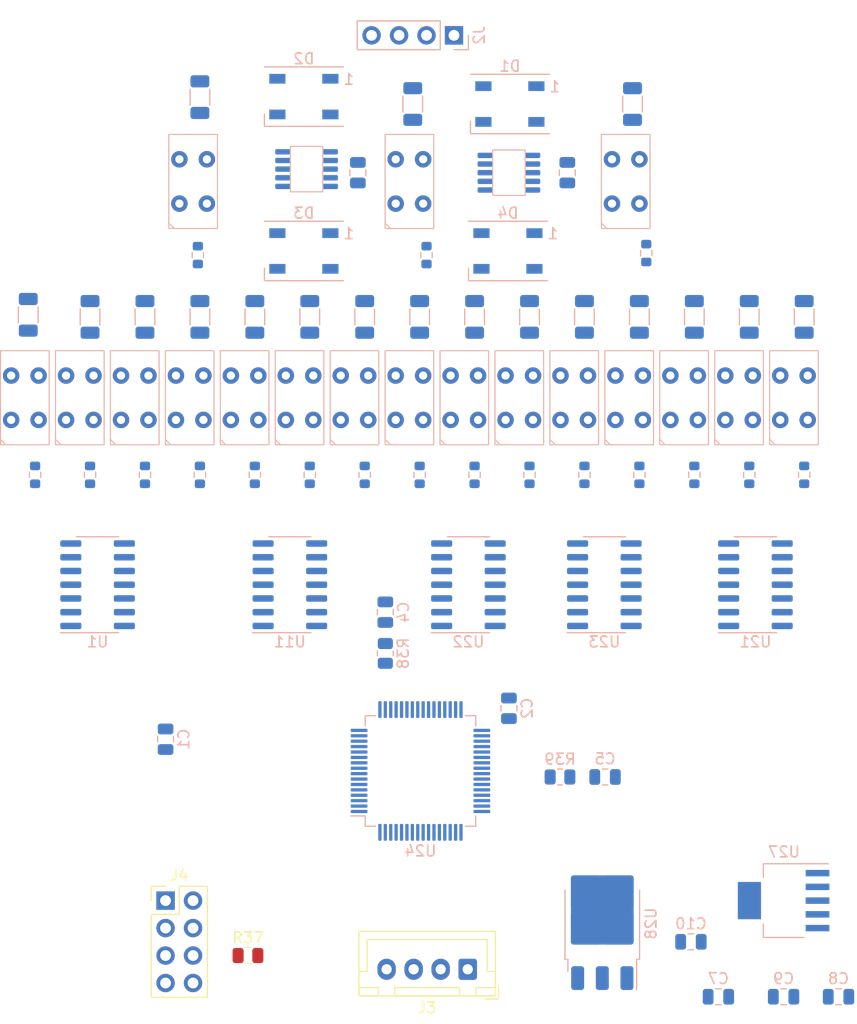
<source format=kicad_pcb>
(kicad_pcb (version 20221018) (generator pcbnew)
  (layers (0 "F.Cu" signal) (31 "B.Cu" signal) (34 "B.Paste" user) (35 "F.Paste" user) (36 "B.SilkS" user "B.Silkscreen") (37 "F.SilkS" user "F.Silkscreen") (38 "B.Mask" user) (39 "F.Mask" user) (44 "Edge.Cuts" user))
  (net 0 "")
  (net 1 "GND")
  (net 2 "+5V")
  (net 3 "Net-(D1-DOUT)")
  (net 4 "photo_L_1")
  (net 5 "photo_L_2")
  (net 6 "photo_L_3")
  (net 7 "photo_L_4")
  (net 8 "photo_L_5")
  (net 9 "photo_L_6")
  (net 10 "photo_L_7")
  (net 11 "Net-(D1-DIN)")
  (net 12 "Net-(D2-DOUT)")
  (net 13 "photo_LL")
  (net 14 "photo_R_1")
  (net 15 "photo_R_2")
  (net 16 "photo_R_3")
  (net 17 "photo_R_4")
  (net 18 "photo_R_5")
  (net 19 "photo_R_6")
  (net 20 "photo_R_7")
  (net 21 "Net-(D3-DOUT)")
  (net 23 "photo_RR")
  (net 24 "I2C2_SDA")
  (net 25 "I2C2_SCL")
  (net 26 "+3V3")
  (net 27 "photo_center")
  (net 28 "photo_front")
  (net 29 "I2C1_SDA")
  (net 30 "I2C1_SCL")
  (net 31 "VDD")
  (net 32 "UART2_RX")
  (net 33 "Net-(U2-Cathode)")
  (net 34 "Net-(U3-Cathode)")
  (net 35 "Net-(U4-Cathode)")
  (net 36 "Net-(U5-Cathode)")
  (net 37 "Net-(U6-Cathode)")
  (net 38 "Net-(U7-Cathode)")
  (net 39 "Net-(U8-Cathode)")
  (net 40 "Net-(U9-Cathode)")
  (net 41 "Net-(U10-Cathode)")
  (net 42 "UART2_TX")
  (net 43 "Net-(U12-Cathode)")
  (net 44 "Net-(U13-Cathode)")
  (net 45 "Net-(U14-Cathode)")
  (net 46 "Net-(U15-Cathode)")
  (net 47 "Net-(U16-Cathode)")
  (net 48 "Net-(U17-Cathode)")
  (net 49 "Net-(U18-Cathode)")
  (net 50 "Net-(U19-Cathode)")
  (net 51 "Net-(U20-Cathode)")
  (net 53 "UART1_RX")
  (net 54 "NRST")
  (net 55 "UART1_TX")
  (net 56 "BOOT0")
  (net 58 "L_1_OUT")
  (net 59 "L_2_OUT")
  (net 60 "B_W_Com")
  (net 61 "L_4_OUT")
  (net 62 "L_3_OUT")
  (net 63 "L_5_OUT")
  (net 64 "L_6_OUT")
  (net 65 "center_OUT")
  (net 66 "L_7_OUT")
  (net 67 "R_2_OUT")
  (net 68 "R_1_OUT")
  (net 69 "R_4_OUT")
  (net 70 "R_3_OUT")
  (net 71 "LL_OUT")
  (net 72 "RR_OUT")
  (net 73 "Ag_Com")
  (net 80 "R_5_OUT")
  (net 81 "R_6_OUT")
  (net 82 "front_OUT")
  (net 83 "R_7_OUT")
  (net 97 "Net-(U24-PA6)")
  (net 104 "Net-(U24-VCAP_1)")
  (net 105 "Net-(U24-PA8)")
  (footprint "Connector_PinHeader_2.54mm:PinHeader_2x04_P2.54mm_Vertical" (layer "F.Cu") (at 55.88 143.51)
    (fp_text reference "J4" (at 1.27 -2.33) (layer "F.SilkS"))
    (fp_text value "WRITER CONN")
    (pad "1" thru_hole rect (at 0 0) (size 1.7 1.7) (drill 1) (layers "*.Cu" "*.Mask"))
    (pad "2" thru_hole oval (at 2.54 0) (size 1.7 1.7) (drill 1) (layers "*.Cu" "*.Mask") (net 53 "UART1_RX"))
    (pad "3" thru_hole oval (at 0 2.54) (size 1.7 1.7) (drill 1) (layers "*.Cu" "*.Mask") (net 54 "NRST"))
    (pad "4" thru_hole oval (at 2.54 2.54) (size 1.7 1.7) (drill 1) (layers "*.Cu" "*.Mask") (net 55 "UART1_TX"))
    (pad "5" thru_hole oval (at 0 5.08) (size 1.7 1.7) (drill 1) (layers "*.Cu" "*.Mask") (net 56 "BOOT0"))
    (pad "6" thru_hole oval (at 2.54 5.08) (size 1.7 1.7) (drill 1) (layers "*.Cu" "*.Mask") (net 1 "GND"))
    (pad "7" thru_hole oval (at 0 7.62) (size 1.7 1.7) (drill 1) (layers "*.Cu" "*.Mask"))
    (pad "8" thru_hole oval (at 2.54 7.62) (size 1.7 1.7) (drill 1) (layers "*.Cu" "*.Mask") (net 26 "+3V3"))
  )
  (footprint "Resistor_SMD:R_0805_2012Metric" (layer "F.Cu") (at 63.5 148.59)
    (fp_text reference "R37" (at 0 -1.65) (layer "F.SilkS"))
    (fp_text value "10k")
    (pad "1" smd roundrect (at -0.9125 0) (size 1.025 1.4) (layers "F.Cu" "F.Paste" "F.Mask") (roundrect_rratio 0.243902) (net 56 "BOOT0"))
    (pad "2" smd roundrect (at 0.9125 0) (size 1.025 1.4) (layers "F.Cu" "F.Paste" "F.Mask") (roundrect_rratio 0.243902) (net 1 "GND"))
  )
  (footprint "Connector_JST:JST_XH_B4B-XH-A_1x04_P2.50mm_Vertical" (layer "F.Cu") (at 83.82 149.86 180)
    (fp_text reference "J3" (at 3.75 -3.55) (layer "F.SilkS"))
    (fp_text value "ToMAIN")
    (pad "1" thru_hole roundrect (at 0 0 180) (size 1.7 1.95) (drill 0.95) (layers "*.Cu" "*.Mask") (roundrect_rratio 0.147059) (net 31 "VDD"))
    (pad "2" thru_hole oval (at 2.5 0 180) (size 1.7 1.95) (drill 0.95) (layers "*.Cu" "*.Mask") (net 1 "GND"))
    (pad "3" thru_hole oval (at 5 0 180) (size 1.7 1.95) (drill 0.95) (layers "*.Cu" "*.Mask") (net 32 "UART2_RX"))
    (pad "4" thru_hole oval (at 7.5 0 180) (size 1.7 1.95) (drill 0.95) (layers "*.Cu" "*.Mask") (net 42 "UART2_TX"))
  )
  (footprint "Akiduki:LBR127HLD" (layer "B.Cu") (at 98.4295 77.01 -90)
    (fp_text reference "U20" hide)
    (fp_text value "~" hide)
    (pad "1" thru_hole circle (at 2.05 1.27 270) (size 1.524 1.524) (drill 0.762) (layers "*.Cu" "*.Mask") (net 26 "+3V3"))
    (pad "2" thru_hole circle (at 2.05 -1.27 270) (size 1.524 1.524) (drill 0.762) (layers "*.Cu" "*.Mask") (net 51 "Net-(U20-Cathode)"))
    (pad "3" thru_hole circle (at -2.05 1.27 270) (size 1.524 1.524) (drill 0.762) (layers "*.Cu" "*.Mask") (net 1 "GND"))
    (pad "4" thru_hole circle (at -2.05 -1.27 270) (size 1.524 1.524) (drill 0.762) (layers "*.Cu" "*.Mask") (net 23 "photo_RR"))
  )
  (footprint "Akiduki:LBR127HLD" (layer "B.Cu") (at 63.1895 97.01 -90)
    (fp_text reference "U6" hide)
    (fp_text value "~" hide)
    (pad "1" thru_hole circle (at 2.05 1.27 270) (size 1.524 1.524) (drill 0.762) (layers "*.Cu" "*.Mask") (net 26 "+3V3"))
    (pad "2" thru_hole circle (at 2.05 -1.27 270) (size 1.524 1.524) (drill 0.762) (layers "*.Cu" "*.Mask") (net 37 "Net-(U6-Cathode)"))
    (pad "3" thru_hole circle (at -2.05 1.27 270) (size 1.524 1.524) (drill 0.762) (layers "*.Cu" "*.Mask") (net 1 "GND"))
    (pad "4" thru_hole circle (at -2.05 -1.27 270) (size 1.524 1.524) (drill 0.762) (layers "*.Cu" "*.Mask") (net 8 "photo_L_5"))
  )
  (footprint "Capacitor_SMD:C_0805_2012Metric" (layer "B.Cu") (at 107 152.4 180)
    (fp_text reference "C7" (at 0 1.68) (layer "B.SilkS") (effects (justify mirror)))
    (fp_text value "10u")
    (pad "1" smd roundrect (at -0.95 0 180) (size 1 1.45) (layers "B.Cu" "B.Paste" "B.Mask") (net 31 "VDD"))
    (pad "2" smd roundrect (at 0.95 0 180) (size 1 1.45) (layers "B.Cu" "B.Paste" "B.Mask") (net 1 "GND"))
  )
  (footprint "Package_TO_SOT_SMD:TO-252-3_TabPin2" (layer "B.Cu") (at 96.265 145.635 90)
    (fp_text reference "U28" (at 0 4.5 90) (layer "B.SilkS") (effects (justify mirror)))
    (fp_text value "~")
    (pad "1" smd roundrect (at -5.04 2.28 90) (size 2.2 1.2) (layers "B.Cu" "B.Paste" "B.Mask") (roundrect_rratio 0.208333) (net 31 "VDD"))
    (pad "2" smd roundrect (at -5.04 0 90) (size 2.2 1.2) (layers "B.Cu" "B.Paste" "B.Mask") (roundrect_rratio 0.208333) (net 1 "GND"))
    (pad "2" smd roundrect (at -0.415 -1.525 90) (size 3.05 2.75) (layers "B.Cu" "B.Paste") (roundrect_rratio 0.090909) (net 1 "GND"))
    (pad "2" smd roundrect (at -0.415 1.525 90) (size 3.05 2.75) (layers "B.Cu" "B.Paste") (roundrect_rratio 0.090909) (net 1 "GND"))
    (pad "2" smd roundrect (at 1.26 0 90) (size 6.4 5.8) (layers "B.Cu" "B.Mask") (roundrect_rratio 0.043103) (net 1 "GND"))
    (pad "2" smd roundrect (at 2.935 -1.525 90) (size 3.05 2.75) (layers "B.Cu" "B.Paste") (roundrect_rratio 0.090909) (net 1 "GND"))
    (pad "2" smd roundrect (at 2.935 1.525 90) (size 3.05 2.75) (layers "B.Cu" "B.Paste") (roundrect_rratio 0.090909) (net 1 "GND"))
    (pad "3" smd roundrect (at -5.04 -2.28 90) (size 2.2 1.2) (layers "B.Cu" "B.Paste" "B.Mask") (roundrect_rratio 0.208333) (net 2 "+5V"))
  )
  (footprint "Resistor_SMD:R_0603_1608Metric" (layer "B.Cu") (at 74.295 104.14 -90)
    (fp_text reference "R7" hide)
    (fp_text value "105" hide)
    (pad "1" smd roundrect (at -0.825 0 270) (size 0.8 0.95) (layers "B.Cu" "B.Paste" "B.Mask") (net 39 "Net-(U8-Cathode)"))
    (pad "2" smd roundrect (at 0.825 0 270) (size 0.8 0.95) (layers "B.Cu" "B.Paste" "B.Mask") (net 1 "GND"))
  )
  (footprint "Akiduki:LBR127HLD" (layer "B.Cu") (at 93.6695 97.01 -90)
    (fp_text reference "U16" hide)
    (fp_text value "~" hide)
    (pad "1" thru_hole circle (at 2.05 1.27 270) (size 1.524 1.524) (drill 0.762) (layers "*.Cu" "*.Mask") (net 26 "+3V3"))
    (pad "2" thru_hole circle (at 2.05 -1.27 270) (size 1.524 1.524) (drill 0.762) (layers "*.Cu" "*.Mask") (net 47 "Net-(U16-Cathode)"))
    (pad "3" thru_hole circle (at -2.05 1.27 270) (size 1.524 1.524) (drill 0.762) (layers "*.Cu" "*.Mask") (net 1 "GND"))
    (pad "4" thru_hole circle (at -2.05 -1.27 270) (size 1.524 1.524) (drill 0.762) (layers "*.Cu" "*.Mask") (net 18 "photo_R_5"))
  )
  (footprint "Resistor_SMD:R_0805_2012Metric" (layer "B.Cu") (at 76.2 120.65 90)
    (fp_text reference "R38" (at 0 1.65 90) (layer "B.SilkS") (effects (justify mirror)))
    (fp_text value "100k")
    (pad "1" smd roundrect (at -0.9125 0 90) (size 1.025 1.4) (layers "B.Cu" "B.Paste" "B.Mask") (roundrect_rratio 0.243902) (net 97 "Net-(U24-PA6)"))
    (pad "2" smd roundrect (at 0.9125 0 90) (size 1.025 1.4) (layers "B.Cu" "B.Paste" "B.Mask") (roundrect_rratio 0.243902) (net 73 "Ag_Com"))
  )
  (footprint "Akiduki:LBR127HLD" (layer "B.Cu") (at 47.9495 97.01 -90)
    (fp_text reference "U3" hide)
    (fp_text value "~" hide)
    (pad "1" thru_hole circle (at 2.05 1.27 270) (size 1.524 1.524) (drill 0.762) (layers "*.Cu" "*.Mask") (net 26 "+3V3"))
    (pad "2" thru_hole circle (at 2.05 -1.27 270) (size 1.524 1.524) (drill 0.762) (layers "*.Cu" "*.Mask") (net 34 "Net-(U3-Cathode)"))
    (pad "3" thru_hole circle (at -2.05 1.27 270) (size 1.524 1.524) (drill 0.762) (layers "*.Cu" "*.Mask") (net 1 "GND"))
    (pad "4" thru_hole circle (at -2.05 -1.27 270) (size 1.524 1.524) (drill 0.762) (layers "*.Cu" "*.Mask") (net 5 "photo_L_2"))
  )
  (footprint "Resistor_SMD:R_0603_1608Metric" (layer "B.Cu") (at 59.055 104.14 -90)
    (fp_text reference "R4" hide)
    (fp_text value "105" hide)
    (pad "1" smd roundrect (at -0.825 0 270) (size 0.8 0.95) (layers "B.Cu" "B.Paste" "B.Mask") (net 36 "Net-(U5-Cathode)"))
    (pad "2" smd roundrect (at 0.825 0 270) (size 0.8 0.95) (layers "B.Cu" "B.Paste" "B.Mask") (net 1 "GND"))
  )
  (footprint "Akiduki:LBR127HLD" (layer "B.Cu") (at 113.9895 97.01 -90)
    (fp_text reference "U12" hide)
    (fp_text value "~" hide)
    (pad "1" thru_hole circle (at 2.05 1.27 270) (size 1.524 1.524) (drill 0.762) (layers "*.Cu" "*.Mask") (net 26 "+3V3"))
    (pad "2" thru_hole circle (at 2.05 -1.27 270) (size 1.524 1.524) (drill 0.762) (layers "*.Cu" "*.Mask") (net 43 "Net-(U12-Cathode)"))
    (pad "3" thru_hole circle (at -2.05 1.27 270) (size 1.524 1.524) (drill 0.762) (layers "*.Cu" "*.Mask") (net 1 "GND"))
    (pad "4" thru_hole circle (at -2.05 -1.27 270) (size 1.524 1.524) (drill 0.762) (layers "*.Cu" "*.Mask") (net 14 "photo_R_1"))
  )
  (footprint "Akiduki:S11059" (layer "B.Cu") (at 87.63 76.2 180)
    (fp_text reference "U25" hide)
    (fp_text value "~" hide)
    (pad "1" smd roundrect (at -2.2 1.6 180) (size 1.4 0.5) (layers "B.Cu" "B.Paste" "B.Mask") (net 26 "+3V3"))
    (pad "2" smd roundrect (at -2.2 0.8 180) (size 1.4 0.5) (layers "B.Cu" "B.Paste" "B.Mask"))
    (pad "3" smd roundrect (at -2.2 0 180) (size 1.4 0.5) (layers "B.Cu" "B.Paste" "B.Mask"))
    (pad "4" smd roundrect (at -2.2 -0.8 180) (size 1.4 0.5) (layers "B.Cu" "B.Paste" "B.Mask"))
    (pad "5" smd roundrect (at -2.2 -1.6 180) (size 1.4 0.5) (layers "B.Cu" "B.Paste" "B.Mask") (net 1 "GND"))
    (pad "6" smd roundrect (at 2.2 -1.6 180) (size 1.4 0.5) (layers "B.Cu" "B.Paste" "B.Mask") (net 25 "I2C2_SCL"))
    (pad "7" smd roundrect (at 2.2 -0.8 180) (size 1.4 0.5) (layers "B.Cu" "B.Paste" "B.Mask"))
    (pad "8" smd roundrect (at 2.2 0 180) (size 1.4 0.5) (layers "B.Cu" "B.Paste" "B.Mask"))
    (pad "9" smd roundrect (at 2.2 0.8 180) (size 1.4 0.5) (layers "B.Cu" "B.Paste" "B.Mask"))
    (pad "10" smd roundrect (at 2.2 1.6 180) (size 1.4 0.5) (layers "B.Cu" "B.Paste" "B.Mask") (net 24 "I2C2_SDA"))
  )
  (footprint "Akiduki:LBR127HLD" (layer "B.Cu") (at 73.3495 97.01 -90)
    (fp_text reference "U8" hide)
    (fp_text value "~" hide)
    (pad "1" thru_hole circle (at 2.05 1.27 270) (size 1.524 1.524) (drill 0.762) (layers "*.Cu" "*.Mask") (net 26 "+3V3"))
    (pad "2" thru_hole circle (at 2.05 -1.27 270) (size 1.524 1.524) (drill 0.762) (layers "*.Cu" "*.Mask") (net 39 "Net-(U8-Cathode)"))
    (pad "3" thru_hole circle (at -2.05 1.27 270) (size 1.524 1.524) (drill 0.762) (layers "*.Cu" "*.Mask") (net 1 "GND"))
    (pad "4" thru_hole circle (at -2.05 -1.27 270) (size 1.524 1.524) (drill 0.762) (layers "*.Cu" "*.Mask") (net 10 "photo_L_7"))
  )
  (footprint "LED_SMD:LED_WS2812B_PLCC4_5.0x5.0mm_P3.2mm" (layer "B.Cu") (at 87.54 83.44 180)
    (fp_text reference "D4" (at 0 3.5) (layer "B.SilkS") (effects (justify mirror)))
    (fp_text value "WS2812B" hide)
    (fp_text user "1" (at -4.15 1.6) (layer "B.SilkS") (effects (justify mirror)))
    (pad "1" smd rect (at -2.45 1.65 180) (size 1.5 0.9) (layers "B.Cu" "B.Paste" "B.Mask") (net 2 "+5V"))
    (pad "2" smd rect (at -2.45 -1.65 180) (size 1.5 0.9) (layers "B.Cu" "B.Paste" "B.Mask"))
    (pad "3" smd rect (at 2.45 -1.65 180) (size 1.5 0.9) (layers "B.Cu" "B.Paste" "B.Mask") (net 1 "GND"))
    (pad "4" smd rect (at 2.45 1.65 180) (size 1.5 0.9) (layers "B.Cu" "B.Paste" "B.Mask") (net 21 "Net-(D3-DOUT)"))
  )
  (footprint "Akiduki:S11059" (layer "B.Cu") (at 68.92 75.87 180)
    (fp_text reference "U26" hide)
    (fp_text value "~" hide)
    (pad "1" smd roundrect (at -2.2 1.6 180) (size 1.4 0.5) (layers "B.Cu" "B.Paste" "B.Mask") (net 26 "+3V3"))
    (pad "2" smd roundrect (at -2.2 0.8 180) (size 1.4 0.5) (layers "B.Cu" "B.Paste" "B.Mask"))
    (pad "3" smd roundrect (at -2.2 0 180) (size 1.4 0.5) (layers "B.Cu" "B.Paste" "B.Mask"))
    (pad "4" smd roundrect (at -2.2 -0.8 180) (size 1.4 0.5) (layers "B.Cu" "B.Paste" "B.Mask"))
    (pad "5" smd roundrect (at -2.2 -1.6 180) (size 1.4 0.5) (layers "B.Cu" "B.Paste" "B.Mask") (net 1 "GND"))
    (pad "6" smd roundrect (at 2.2 -1.6 180) (size 1.4 0.5) (layers "B.Cu" "B.Paste" "B.Mask") (net 30 "I2C1_SCL"))
    (pad "7" smd roundrect (at 2.2 -0.8 180) (size 1.4 0.5) (layers "B.Cu" "B.Paste" "B.Mask"))
    (pad "8" smd roundrect (at 2.2 0 180) (size 1.4 0.5) (layers "B.Cu" "B.Paste" "B.Mask"))
    (pad "9" smd roundrect (at 2.2 0.8 180) (size 1.4 0.5) (layers "B.Cu" "B.Paste" "B.Mask"))
    (pad "10" smd roundrect (at 2.2 1.6 180) (size 1.4 0.5) (layers "B.Cu" "B.Paste" "B.Mask") (net 29 "I2C1_SDA"))
  )
  (footprint "Resistor_SMD:R_1206_3216Metric" (layer "B.Cu") (at 89.535 89.535 -90)
    (fp_text reference "R33" hide)
    (fp_text value "1k" hide)
    (pad "1" smd roundrect (at -1.4625 0 270) (size 1.125 1.75) (layers "B.Cu" "B.Paste" "B.Mask") (roundrect_rratio 0.222222) (net 26 "+3V3"))
    (pad "2" smd roundrect (at 1.4625 0 270) (size 1.125 1.75) (layers "B.Cu" "B.Paste" "B.Mask") (roundrect_rratio 0.222222) (net 19 "photo_R_6"))
  )
  (footprint "Akiduki:LBR127HLD" (layer "B.Cu") (at 68.2695 97.01 -90)
    (fp_text reference "U7" hide)
    (fp_text value "~" hide)
    (pad "1" thru_hole circle (at 2.05 1.27 270) (size 1.524 1.524) (drill 0.762) (layers "*.Cu" "*.Mask") (net 26 "+3V3"))
    (pad "2" thru_hole circle (at 2.05 -1.27 270) (size 1.524 1.524) (drill 0.762) (layers "*.Cu" "*.Mask") (net 38 "Net-(U7-Cathode)"))
    (pad "3" thru_hole circle (at -2.05 1.27 270) (size 1.524 1.524) (drill 0.762) (layers "*.Cu" "*.Mask") (net 1 "GND"))
    (pad "4" thru_hole circle (at -2.05 -1.27 270) (size 1.524 1.524) (drill 0.762) (layers "*.Cu" "*.Mask") (net 9 "photo_L_6"))
  )
  (footprint "Resistor_SMD:R_1206_3216Metric" (layer "B.Cu") (at 59.055 69.215 -90)
    (fp_text reference "R35" hide)
    (fp_text value "1k" hide)
    (pad "1" smd roundrect (at -1.4625 0 270) (size 1.125 1.75) (layers "B.Cu" "B.Paste" "B.Mask") (roundrect_rratio 0.222222) (net 26 "+3V3"))
    (pad "2" smd roundrect (at 1.4625 0 270) (size 1.125 1.75) (layers "B.Cu" "B.Paste" "B.Mask") (roundrect_rratio 0.222222) (net 13 "photo_LL"))
  )
  (footprint "Resistor_SMD:R_1206_3216Metric" (layer "B.Cu") (at 99.695 89.535 -90)
    (fp_text reference "R31" hide)
    (fp_text value "1k" hide)
    (pad "1" smd roundrect (at -1.4625 0 270) (size 1.125 1.75) (layers "B.Cu" "B.Paste" "B.Mask") (roundrect_rratio 0.222222) (net 26 "+3V3"))
    (pad "2" smd roundrect (at 1.4625 0 270) (size 1.125 1.75) (layers "B.Cu" "B.Paste" "B.Mask") (roundrect_rratio 0.222222) (net 17 "photo_R_4"))
  )
  (footprint "Capacitor_SMD:C_0805_2012Metric" (layer "B.Cu") (at 93.03 76.2 -90)
    (fp_text reference "C6" hide)
    (fp_text value "0.1u" hide)
    (pad "1" smd roundrect (at -0.95 0 270) (size 1 1.45) (layers "B.Cu" "B.Paste" "B.Mask") (net 26 "+3V3"))
    (pad "2" smd roundrect (at 0.95 0 270) (size 1 1.45) (layers "B.Cu" "B.Paste" "B.Mask") (net 1 "GND"))
  )
  (footprint "Resistor_SMD:R_1206_3216Metric" (layer "B.Cu") (at 43.18 89.3425 -90)
    (fp_text reference "R10" hide)
    (fp_text value "1k" hide)
    (pad "1" smd roundrect (at -1.4625 0 270) (size 1.125 1.75) (layers "B.Cu" "B.Paste" "B.Mask") (roundrect_rratio 0.222222) (net 26 "+3V3"))
    (pad "2" smd roundrect (at 1.4625 0 270) (size 1.125 1.75) (layers "B.Cu" "B.Paste" "B.Mask") (roundrect_rratio 0.222222) (net 4 "photo_L_1"))
  )
  (footprint "Resistor_SMD:R_1206_3216Metric" (layer "B.Cu") (at 109.855 89.535 -90)
    (fp_text reference "R29" hide)
    (fp_text value "1k" hide)
    (pad "1" smd roundrect (at -1.4625 0 270) (size 1.125 1.75) (layers "B.Cu" "B.Paste" "B.Mask") (roundrect_rratio 0.222222) (net 26 "+3V3"))
    (pad "2" smd roundrect (at 1.4625 0 270) (size 1.125 1.75) (layers "B.Cu" "B.Paste" "B.Mask") (roundrect_rratio 0.222222) (net 15 "photo_R_2"))
  )
  (footprint "Resistor_SMD:R_1206_3216Metric" (layer "B.Cu") (at 94.615 89.535 -90)
    (fp_text reference "R32" hide)
    (fp_text value "1k" hide)
    (pad "1" smd roundrect (at -1.4625 0 270) (size 1.125 1.75) (layers "B.Cu" "B.Paste" "B.Mask") (roundrect_rratio 0.222222) (net 26 "+3V3"))
    (pad "2" smd roundrect (at 1.4625 0 270) (size 1.125 1.75) (layers "B.Cu" "B.Paste" "B.Mask") (roundrect_rratio 0.222222) (net 18 "photo_R_5"))
  )
  (footprint "Capacitor_SMD:C_0805_2012Metric" (layer "B.Cu") (at 87.63 125.73 90)
    (fp_text reference "C2" (at 0 1.68 90) (layer "B.SilkS") (effects (justify mirror)))
    (fp_text value "4.7u")
    (pad "1" smd roundrect (at -0.95 0 90) (size 1 1.45) (layers "B.Cu" "B.Paste" "B.Mask") (net 104 "Net-(U24-VCAP_1)"))
    (pad "2" smd roundrect (at 0.95 0 90) (size 1 1.45) (layers "B.Cu" "B.Paste" "B.Mask") (net 1 "GND"))
  )
  (footprint "Resistor_SMD:R_0603_1608Metric" (layer "B.Cu") (at 84.455 104.14 -90)
    (fp_text reference "R25" hide)
    (fp_text value "105" hide)
    (pad "1" smd roundrect (at -0.825 0 270) (size 0.8 0.95) (layers "B.Cu" "B.Paste" "B.Mask") (net 49 "Net-(U18-Cathode)"))
    (pad "2" smd roundrect (at 0.825 0 270) (size 0.8 0.95) (layers "B.Cu" "B.Paste" "B.Mask") (net 1 "GND"))
  )
  (footprint "Capacitor_SMD:C_0805_2012Metric" (layer "B.Cu") (at 118.11 152.4 180)
    (fp_text reference "C8" (at 0 1.68) (layer "B.SilkS") (effects (justify mirror)))
    (fp_text value "10u")
    (pad "1" smd roundrect (at -0.95 0 180) (size 1 1.45) (layers "B.Cu" "B.Paste" "B.Mask") (net 26 "+3V3"))
    (pad "2" smd roundrect (at 0.95 0 180) (size 1 1.45) (layers "B.Cu" "B.Paste" "B.Mask") (net 1 "GND"))
  )
  (footprint "Akiduki:LBR127HLD" (layer "B.Cu") (at 103.8295 97.01 -90)
    (fp_text reference "U14" hide)
    (fp_text value "~" hide)
    (pad "1" thru_hole circle (at 2.05 1.27 270) (size 1.524 1.524) (drill 0.762) (layers "*.Cu" "*.Mask") (net 26 "+3V3"))
    (pad "2" thru_hole circle (at 2.05 -1.27 270) (size 1.524 1.524) (drill 0.762) (layers "*.Cu" "*.Mask") (net 45 "Net-(U14-Cathode)"))
    (pad "3" thru_hole circle (at -2.05 1.27 270) (size 1.524 1.524) (drill 0.762) (layers "*.Cu" "*.Mask") (net 1 "GND"))
    (pad "4" thru_hole circle (at -2.05 -1.27 270) (size 1.524 1.524) (drill 0.762) (layers "*.Cu" "*.Mask") (net 16 "photo_R_3"))
  )
  (footprint "Package_SO:SOIC-14_3.9x8.7mm_P1.27mm" (layer "B.Cu") (at 83.885 114.3)
    (fp_text reference "U22" (at 0 5.28) (layer "B.SilkS") (effects (justify mirror)))
    (fp_text value "~")
    (pad "1" smd roundrect (at -2.475 3.81) (size 1.95 0.6) (layers "B.Cu" "B.Paste" "B.Mask") (net 71 "LL_OUT"))
    (pad "2" smd roundrect (at -2.475 2.54) (size 1.95 0.6) (layers "B.Cu" "B.Paste" "B.Mask") (net 72 "RR_OUT"))
    (pad "3" smd roundrect (at -2.475 1.27) (size 1.95 0.6) (layers "B.Cu" "B.Paste" "B.Mask") (net 26 "+3V3"))
    (pad "4" smd roundrect (at -2.475 0) (size 1.95 0.6) (layers "B.Cu" "B.Paste" "B.Mask") (net 73 "Ag_Com"))
    (pad "5" smd roundrect (at -2.475 -1.27) (size 1.95 0.6) (layers "B.Cu" "B.Paste" "B.Mask") (net 23 "photo_RR"))
    (pad "6" smd roundrect (at -2.475 -2.54) (size 1.95 0.6) (layers "B.Cu" "B.Paste" "B.Mask") (net 73 "Ag_Com"))
    (pad "7" smd roundrect (at -2.475 -3.81) (size 1.95 0.6) (layers "B.Cu" "B.Paste" "B.Mask") (net 13 "photo_LL"))
    (pad "8" smd roundrect (at 2.475 -3.81) (size 1.95 0.6) (layers "B.Cu" "B.Paste" "B.Mask"))
    (pad "9" smd roundrect (at 2.475 -2.54) (size 1.95 0.6) (layers "B.Cu" "B.Paste" "B.Mask"))
    (pad "10" smd roundrect (at 2.475 -1.27) (size 1.95 0.6) (layers "B.Cu" "B.Paste" "B.Mask"))
    (pad "11" smd roundrect (at 2.475 0) (size 1.95 0.6) (layers "B.Cu" "B.Paste" "B.Mask"))
    (pad "12" smd roundrect (at 2.475 1.27) (size 1.95 0.6) (layers "B.Cu" "B.Paste" "B.Mask") (net 1 "GND"))
    (pad "13" smd roundrect (at 2.475 2.54) (size 1.95 0.6) (layers "B.Cu" "B.Paste" "B.Mask"))
    (pad "14" smd roundrect (at 2.475 3.81) (size 1.95 0.6) (layers "B.Cu" "B.Paste" "B.Mask"))
  )
  (footprint "Akiduki:LBR127HLD" (layer "B.Cu") (at 42.8695 97.01 -90)
    (fp_text reference "U2" hide)
    (fp_text value "~" hide)
    (pad "1" thru_hole circle (at 2.05 1.27 270) (size 1.524 1.524) (drill 0.762) (layers "*.Cu" "*.Mask") (net 26 "+3V3"))
    (pad "2" thru_hole circle (at 2.05 -1.27 270) (size 1.524 1.524) (drill 0.762) (layers "*.Cu" "*.Mask") (net 33 "Net-(U2-Cathode)"))
    (pad "3" thru_hole circle (at -2.05 1.27 270) (size 1.524 1.524) (drill 0.762) (layers "*.Cu" "*.Mask") (net 1 "GND"))
    (pad "4" thru_hole circle (at -2.05 -1.27 270) (size 1.524 1.524) (drill 0.762) (layers "*.Cu" "*.Mask") (net 4 "photo_L_1"))
  )
  (footprint "Capacitor_SMD:C_0805_2012Metric" (layer "B.Cu") (at 76.2 116.84 90)
    (fp_text reference "C4" (at 0 1.68 90) (layer "B.SilkS") (effects (justify mirror)))
    (fp_text value "1u")
    (pad "1" smd roundrect (at -0.95 0 90) (size 1 1.45) (layers "B.Cu" "B.Paste" "B.Mask") (net 73 "Ag_Com"))
    (pad "2" smd roundrect (at 0.95 0 90) (size 1 1.45) (layers "B.Cu" "B.Paste" "B.Mask") (net 1 "GND"))
  )
  (footprint "Akiduki:LBR127HLD" (layer "B.Cu") (at 53.0295 97.01 -90)
    (fp_text reference "U4" hide)
    (fp_text value "~" hide)
    (pad "1" thru_hole circle (at 2.05 1.27 270) (size 1.524 1.524) (drill 0.762) (layers "*.Cu" "*.Mask") (net 26 "+3V3"))
    (pad "2" thru_hole circle (at 2.05 -1.27 270) (size 1.524 1.524) (drill 0.762) (layers "*.Cu" "*.Mask") (net 35 "Net-(U4-Cathode)"))
    (pad "3" thru_hole circle (at -2.05 1.27 270) (size 1.524 1.524) (drill 0.762) (layers "*.Cu" "*.Mask") (net 1 "GND"))
    (pad "4" thru_hole circle (at -2.05 -1.27 270) (size 1.524 1.524) (drill 0.762) (layers "*.Cu" "*.Mask") (net 6 "photo_L_3"))
  )
  (footprint "Resistor_SMD:R_1206_3216Metric" (layer "B.Cu") (at 53.975 89.535 -90)
    (fp_text reference "R12" hide)
    (fp_text value "1k" hide)
    (pad "1" smd roundrect (at -1.4625 0 270) (size 1.125 1.75) (layers "B.Cu" "B.Paste" "B.Mask") (roundrect_rratio 0.222222) (net 26 "+3V3"))
    (pad "2" smd roundrect (at 1.4625 0 270) (size 1.125 1.75) (layers "B.Cu" "B.Paste" "B.Mask") (roundrect_rratio 0.222222) (net 6 "photo_L_3"))
  )
  (footprint "Capacitor_SMD:C_0805_2012Metric" (layer "B.Cu") (at 104.46 147.32 180)
    (fp_text reference "C10" (at 0 1.68) (layer "B.SilkS") (effects (justify mirror)))
    (fp_text value "100u")
    (pad "1" smd roundrect (at -0.95 0 180) (size 1 1.45) (layers "B.Cu" "B.Paste" "B.Mask") (net 2 "+5V"))
    (pad "2" smd roundrect (at 0.95 0 180) (size 1 1.45) (layers "B.Cu" "B.Paste" "B.Mask") (net 1 "GND"))
  )
  (footprint "Resistor_SMD:R_1206_3216Metric" (layer "B.Cu") (at 74.295 89.535 -90)
    (fp_text reference "R16" hide)
    (fp_text value "1k" hide)
    (pad "1" smd roundrect (at -1.4625 0 270) (size 1.125 1.75) (layers "B.Cu" "B.Paste" "B.Mask") (roundrect_rratio 0.222222) (net 26 "+3V3"))
    (pad "2" smd roundrect (at 1.4625 0 270) (size 1.125 1.75) (layers "B.Cu" "B.Paste" "B.Mask") (roundrect_rratio 0.222222) (net 10 "photo_L_7"))
  )
  (footprint "Resistor_SMD:R_1206_3216Metric" (layer "B.Cu") (at 84.455 89.535 -90)
    (fp_text reference "R34" hide)
    (fp_text value "1k" hide)
    (pad "1" smd roundrect (at -1.4625 0 270) (size 1.125 1.75) (layers "B.Cu" "B.Paste" "B.Mask") (roundrect_rratio 0.222222) (net 26 "+3V3"))
    (pad "2" smd roundrect (at 1.4625 0 270) (size 1.125 1.75) (layers "B.Cu" "B.Paste" "B.Mask") (roundrect_rratio 0.222222) (net 20 "photo_R_7"))
  )
  (footprint "Resistor_SMD:R_1206_3216Metric" (layer "B.Cu") (at 78.74 69.85 -90)
    (fp_text reference "R18" hide)
    (fp_text value "1k" hide)
    (pad "1" smd roundrect (at -1.4625 0 270) (size 1.125 1.75) (layers "B.Cu" "B.Paste" "B.Mask") (roundrect_rratio 0.222222) (net 26 "+3V3"))
    (pad "2" smd roundrect (at 1.4625 0 270) (size 1.125 1.75) (layers "B.Cu" "B.Paste" "B.Mask") (roundrect_rratio 0.222222) (net 28 "photo_front"))
  )
  (footprint "Resistor_SMD:R_0603_1608Metric" (layer "B.Cu") (at 58.865 83.82 -90)
    (fp_text reference "R26" hide)
    (fp_text value "105" hide)
    (pad "1" smd roundrect (at -0.825 0 270) (size 0.8 0.95) (layers "B.Cu" "B.Paste" "B.Mask") (net 50 "Net-(U19-Cathode)"))
    (pad "2" smd roundrect (at 0.825 0 270) (size 0.8 0.95) (layers "B.Cu" "B.Paste" "B.Mask") (net 1 "GND"))
  )
  (footprint "Resistor_SMD:R_1206_3216Metric" (layer "B.Cu") (at 114.935 89.535 -90)
    (fp_text reference "R28" hide)
    (fp_text value "1k" hide)
    (pad "1" smd roundrect (at -1.4625 0 270) (size 1.125 1.75) (layers "B.Cu" "B.Paste" "B.Mask") (roundrect_rratio 0.222222) (net 26 "+3V3"))
    (pad "2" smd roundrect (at 1.4625 0 270) (size 1.125 1.75) (layers "B.Cu" "B.Paste" "B.Mask") (roundrect_rratio 0.222222) (net 14 "photo_R_1"))
  )
  (footprint "Resistor_SMD:R_1206_3216Metric" (layer "B.Cu") (at 99.06 69.85 -90)
    (fp_text reference "R36" hide)
    (fp_text value "1k" hide)
    (pad "1" smd roundrect (at -1.4625 0 270) (size 1.125 1.75) (layers "B.Cu" "B.Paste" "B.Mask") (roundrect_rratio 0.222222) (net 26 "+3V3"))
    (pad "2" smd roundrect (at 1.4625 0 270) (size 1.125 1.75) (layers "B.Cu" "B.Paste" "B.Mask") (roundrect_rratio 0.222222) (net 23 "photo_RR"))
  )
  (footprint "Resistor_SMD:R_1206_3216Metric" (layer "B.Cu") (at 104.775 89.535 -90)
    (fp_text reference "R30" hide)
    (fp_text value "1k" hide)
    (pad "1" smd roundrect (at -1.4625 0 270) (size 1.125 1.75) (layers "B.Cu" "B.Paste" "B.Mask") (roundrect_rratio 0.222222) (net 26 "+3V3"))
    (pad "2" smd roundrect (at 1.4625 0 270) (size 1.125 1.75) (layers "B.Cu" "B.Paste" "B.Mask") (roundrect_rratio 0.222222) (net 16 "photo_R_3"))
  )
  (footprint "LED_SMD:LED_WS2812B_PLCC4_5.0x5.0mm_P3.2mm" (layer "B.Cu") (at 68.67 69.165 180)
    (fp_text reference "D2" (at 0 3.5) (layer "B.SilkS") (effects (justify mirror)))
    (fp_text value "WS2812B" hide)
    (fp_text user "1" (at -4.15 1.6) (layer "B.SilkS") (effects (justify mirror)))
    (pad "1" smd rect (at -2.45 1.65 180) (size 1.5 0.9) (layers "B.Cu" "B.Paste" "B.Mask") (net 2 "+5V"))
    (pad "2" smd rect (at -2.45 -1.65 180) (size 1.5 0.9) (layers "B.Cu" "B.Paste" "B.Mask") (net 12 "Net-(D2-DOUT)"))
    (pad "3" smd rect (at 2.45 -1.65 180) (size 1.5 0.9) (layers "B.Cu" "B.Paste" "B.Mask") (net 1 "GND"))
    (pad "4" smd rect (at 2.45 1.65 180) (size 1.5 0.9) (layers "B.Cu" "B.Paste" "B.Mask") (net 3 "Net-(D1-DOUT)"))
  )
  (footprint "LED_SMD:LED_WS2812B_PLCC4_5.0x5.0mm_P3.2mm" (layer "B.Cu") (at 68.67 83.44 180)
    (fp_text reference "D3" (at 0 3.5) (layer "B.SilkS") (effects (justify mirror)))
    (fp_text value "WS2812B" hide)
    (fp_text user "1" (at -4.15 1.6) (layer "B.SilkS") (effects (justify mirror)))
    (pad "1" smd rect (at -2.45 1.65 180) (size 1.5 0.9) (layers "B.Cu" "B.Paste" "B.Mask") (net 2 "+5V"))
    (pad "2" smd rect (at -2.45 -1.65 180) (size 1.5 0.9) (layers "B.Cu" "B.Paste" "B.Mask") (net 21 "Net-(D3-DOUT)"))
    (pad "3" smd rect (at 2.45 -1.65 180) (size 1.5 0.9) (layers "B.Cu" "B.Paste" "B.Mask") (net 1 "GND"))
    (pad "4" smd rect (at 2.45 1.65 180) (size 1.5 0.9) (layers "B.Cu" "B.Paste" "B.Mask") (net 12 "Net-(D2-DOUT)"))
  )
  (footprint "Capacitor_SMD:C_0805_2012Metric" (layer "B.Cu") (at 113.03 152.4 180)
    (fp_text reference "C9" (at 0 1.68) (layer "B.SilkS") (effects (justify mirror)))
    (fp_text value "0.33u")
    (pad "1" smd roundrect (at -0.95 0 180) (size 1 1.45) (layers "B.Cu" "B.Paste" "B.Mask") (net 31 "VDD"))
    (pad "2" smd roundrect (at 0.95 0 180) (size 1 1.45) (layers "B.Cu" "B.Paste" "B.Mask") (net 1 "GND"))
  )
  (footprint "Connector_PinHeader_2.54mm:PinHeader_1x04_P2.54mm_Vertical" (layer "B.Cu") (at 82.55 63.5 90)
    (fp_text reference "J2" (at 0 2.33 90) (layer "B.SilkS") (effects (justify mirror)))
    (fp_text value "VL53L0X")
    (pad "1" thru_hole rect (at 0 0 90) (size 1.7 1.7) (drill 1) (layers "*.Cu" "*.Mask") (net 26 "+3V3"))
    (pad "2" thru_hole oval (at 0 -2.54 90) (size 1.7 1.7) (drill 1) (layers "*.Cu" "*.Mask") (net 1 "GND"))
    (pad "3" thru_hole oval (at 0 -5.08 90) (size 1.7 1.7) (drill 1) (layers "*.Cu" "*.Mask") (net 30 "I2C1_SCL"))
    (pad "4" thru_hole oval (at 0 -7.62 90) (size 1.7 1.7) (drill 1) (layers "*.Cu" "*.Mask") (net 29 "I2C1_SDA"))
  )
  (footprint "Akiduki:LBR127HLD" (layer "B.Cu") (at 78.4295 77.01 -90)
    (fp_text reference "U10" hide)
    (fp_text value "~" hide)
    (pad "1" thru_hole circle (at 2.05 1.27 270) (size 1.524 1.524) (drill 0.762) (layers "*.Cu" "*.Mask") (net 26 "+3V3"))
    (pad "2" thru_hole circle (at 2.05 -1.27 270) (size 1.524 1.524) (drill 0.762) (layers "*.Cu" "*.Mask") (net 41 "Net-(U10-Cathode)"))
    (pad "3" thru_hole circle (at -2.05 1.27 270) (size 1.524 1.524) (drill 0.762) (layers "*.Cu" "*.Mask") (net 1 "GND"))
    (pad "4" thru_hole circle (at -2.05 -1.27 270) (size 1.524 1.524) (drill 0.762) (layers "*.Cu" "*.Mask") (net 28 "photo_front"))
  )
  (footprint "Akiduki:LBR127HLD" (layer "B.Cu") (at 88.5895 97.01 -90)
    (fp_text reference "U17" hide)
    (fp_text value "~" hide)
    (pad "1" thru_hole circle (at 2.05 1.27 270) (size 1.524 1.524) (drill 0.762) (layers "*.Cu" "*.Mask") (net 26 "+3V3"))
    (pad "2" thru_hole circle (at 2.05 -1.27 270) (size 1.524 1.524) (drill 0.762) (layers "*.Cu" "*.Mask") (net 48 "Net-(U17-Cathode)"))
    (pad "3" thru_hole circle (at -2.05 1.27 270) (size 1.524 1.524) (drill 0.762) (layers "*.Cu" "*.Mask") (net 1 "GND"))
    (pad "4" thru_hole circle (at -2.05 -1.27 270) (size 1.524 1.524) (drill 0.762) (layers "*.Cu" "*.Mask") (net 19 "photo_R_6"))
  )
  (footprint "Package_QFP:LQFP-64_10x10mm_P0.5mm" (layer "B.Cu") (at 79.45 131.52)
    (fp_text reference "U24" (at 0 7.4) (layer "B.SilkS") (effects (justify mirror)))
    (fp_text value "STM32F446RETx")
    (pad "1" smd roundrect (at -5.675 3.75) (size 1.55 0.3) (layers "B.Cu" "B.Paste" "B.Mask") (net 26 "+3V3"))
    (pad "2" smd roundrect (at -5.675 3.25) (size 1.55 0.3) (layers "B.Cu" "B.Paste" "B.Mask"))
    (pad "3" smd roundrect (at -5.675 2.75) (size 1.55 0.3) (layers "B.Cu" "B.Paste" "B.Mask"))
    (pad "4" smd roundrect (at -5.675 2.25) (size 1.55 0.3) (layers "B.Cu" "B.Paste" "B.Mask"))
    (pad "5" smd roundrect (at -5.675 1.75) (size 1.55 0.3) (layers "B.Cu" "B.Paste" "B.Mask"))
    (pad "6" smd roundrect (at -5.675 1.25) (size 1.55 0.3) (layers "B.Cu" "B.Paste" "B.Mask"))
    (pad "7" smd roundrect (at -5.675 0.75) (size 1.55 0.3) (layers "B.Cu" "B.Paste" "B.Mask") (net 54 "NRST"))
    (pad "8" smd roundrect (at -5.675 0.25) (size 1.55 0.3) (layers "B.Cu" "B.Paste" "B.Mask"))
    (pad "9" smd roundrect (at -5.675 -0.25) (size 1.55 0.3) (layers "B.Cu" "B.Paste" "B.Mask"))
    (pad "10" smd roundrect (at -5.675 -0.75) (size 1.55 0.3) (layers "B.Cu" "B.Paste" "B.Mask"))
    (pad "11" smd roundrect (at -5.675 -1.25) (size 1.55 0.3) (layers "B.Cu" "B.Paste" "B.Mask"))
    (pad "12" smd roundrect (at -5.675 -1.75) (size 1.55 0.3) (layers "B.Cu" "B.Paste" "B.Mask") (net 1 "GND"))
    (pad "13" smd roundrect (at -5.675 -2.25) (size 1.55 0.3) (layers "B.Cu" "B.Paste" "B.Mask") (net 26 "+3V3"))
    (pad "14" smd roundrect (at -5.675 -2.75) (size 1.55 0.3) (layers "B.Cu" "B.Paste" "B.Mask"))
    (pad "15" smd roundrect (at -5.675 -3.25) (size 1.55 0.3) (layers "B.Cu" "B.Paste" "B.Mask"))
    (pad "16" smd roundrect (at -5.675 -3.75) (size 1.55 0.3) (layers "B.Cu" "B.Paste" "B.Mask") (net 42 "UART2_TX"))
    (pad "17" smd roundrect (at -3.75 -5.675) (size 0.3 1.55) (layers "B.Cu" "B.Paste" "B.Mask") (net 32 "UART2_RX"))
    (pad "18" smd roundrect (at -3.25 -5.675) (size 0.3 1.55) (layers "B.Cu" "B.Paste" "B.Mask") (net 1 "GND"))
    (pad "19" smd roundrect (at -2.75 -5.675) (size 0.3 1.55) (layers "B.Cu" "B.Paste" "B.Mask") (net 26 "+3V3"))
    (pad "20" smd roundrect (at -2.25 -5.675) (size 0.3 1.55) (layers "B.Cu" "B.Paste" "B.Mask"))
    (pad "21" smd roundrect (at -1.75 -5.675) (size 0.3 1.55) (layers "B.Cu" "B.Paste" "B.Mask"))
    (pad "22" smd roundrect (at -1.25 -5.675) (size 0.3 1.55) (layers "B.Cu" "B.Paste" "B.Mask") (net 97 "Net-(U24-PA6)"))
    (pad "23" smd roundrect (at -0.75 -5.675) (size 0.3 1.55) (layers "B.Cu" "B.Paste" "B.Mask"))
    (pad "24" smd roundrect (at -0.25 -5.675) (size 0.3 1.55) (layers "B.Cu" "B.Paste" "B.Mask"))
    (pad "25" smd roundrect (at 0.25 -5.675) (size 0.3 1.55) (layers "B.Cu" "B.Paste" "B.Mask"))
    (pad "26" smd roundrect (at 0.75 -5.675) (size 0.3 1.55) (layers "B.Cu" "B.Paste" "B.Mask"))
    (pad "27" smd roundrect (at 1.25 -5.675) (size 0.3 1.55) (layers "B.Cu" "B.Paste" "B.Mask"))
    (pad "28" smd roundrect (at 1.75 -5.675) (size 0.3 1.55) (layers "B.Cu" "B.Paste" "B.Mask"))
    (pad "29" smd roundrect (at 2.25 -5.675) (size 0.3 1.55) (layers "B.Cu" "B.Paste" "B.Mask") (net 25 "I2C2_SCL"))
    (pad "30" smd roundrect (at 2.75 -5.675) (size 0.3 1.55) (layers "B.Cu" "B.Paste" "B.Mask") (net 104 "Net-(U24-VCAP_1)"))
    (pad "31" smd roundrect (at 3.25 -5.675) (size 0.3 1.55) (layers "B.Cu" "B.Paste" "B.Mask") (net 1 "GND"))
    (pad "32" smd roundrect (at 3.75 -5.675) (size 0.3 1.55) (layers "B.Cu" "B.Paste" "B.Mask") (net 26 "+3V3"))
    (pad "33" smd roundrect (at 5.675 -3.75) (size 1.55 0.3) (layers "B.Cu" "B.Paste" "B.Mask") (net 11 "Net-(D1-DIN)"))
    (pad "34" smd roundrect (at 5.675 -3.25) (size 1.55 0.3) (layers "B.Cu" "B.Paste" "B.Mask") (net 72 "RR_OUT"))
    (pad "35" smd roundrect (at 5.675 -2.75) (size 1.55 0.3) (layers "B.Cu" "B.Paste" "B.Mask") (net 71 "LL_OUT"))
    (pad "36" smd roundrect (at 5.675 -2.25) (size 1.55 0.3) (layers "B.Cu" "B.Paste" "B.Mask") (net 68 "R_1_OUT"))
    (pad "37" smd roundrect (at 5.675 -1.75) (size 1.55 0.3) (layers "B.Cu" "B.Paste" "B.Mask") (net 67 "R_2_OUT"))
    (pad "38" smd roundrect (at 5.675 -1.25) (size 1.55 0.3) (layers "B.Cu" "B.Paste" "B.Mask") (net 70 "R_3_OUT"))
    (pad "39" smd roundrect (at 5.675 -0.75) (size 1.55 0.3) (layers "B.Cu" "B.Paste" "B.Mask") (net 69 "R_4_OUT"))
    (pad "40" smd roundrect (at 5.675 -0.25) (size 1.55 0.3) (layers "B.Cu" "B.Paste" "B.Mask") (net 80 "R_5_OUT"))
    (pad "41" smd roundrect (at 5.675 0.25) (size 1.55 0.3) (layers "B.Cu" "B.Paste" "B.Mask") (net 105 "Net-(U24-PA8)"))
    (pad "42" smd roundrect (at 5.675 0.75) (size 1.55 0.3) (layers "B.Cu" "B.Paste" "B.Mask") (net 55 "UART1_TX"))
    (pad "43" smd roundrect (at 5.675 1.25) (size 1.55 0.3) (layers "B.Cu" "B.Paste" "B.Mask") (net 53 "UART1_RX"))
    (pad "44" smd roundrect (at 5.675 1.75) (size 1.55 0.3) (layers "B.Cu" "B.Paste" "B.Mask") (net 81 "R_6_OUT"))
    (pad "45" smd roundrect (at 5.675 2.25) (size 1.55 0.3) (layers "B.Cu" "B.Paste" "B.Mask") (net 83 "R_7_OUT"))
    (pad "46" smd roundrect (at 5.675 2.75) (size 1.55 0.3) (layers "B.Cu" "B.Paste" "B.Mask") (net 82 "front_OUT"))
    (pad "47" smd roundrect (at 5.675 3.25) (size 1.55 0.3) (layers "B.Cu" "B.Paste" "B.Mask") (net 1 "GND"))
    (pad "48" smd roundrect (at 5.675 3.75) (size 1.55 0.3) (layers "B.Cu" "B.Paste" "B.Mask") (net 26 "+3V3"))
    (pad "49" smd roundrect (at 3.75 5.675) (size 0.3 1.55) (layers "B.Cu" "B.Paste" "B.Mask") (net 65 "center_OUT"))
    (pad "50" smd roundrect (at 3.25 5.675) (size 0.3 1.55) (layers "B.Cu" "B.Paste" "B.Mask") (net 66 "L_7_OUT"))
    (pad "51" smd roundrect (at 2.75 5.675) (size 0.3 1.55) (layers "B.Cu" "B.Paste" "B.Mask") (net 64 "L_6_OUT"))
    (pad "52" smd roundrect (at 2.25 5.675) (size 0.3 1.55) (layers "B.Cu" "B.Paste" "B.Mask") (net 63 "L_5_OUT"))
    (pad "53" smd roundrect (at 1.75 5.675) (size 0.3 1.55) (layers "B.Cu" "B.Paste" "B.Mask") (net 24 "I2C2_SDA"))
    (pad "54" smd roundrect (at 1.25 5.675) (size 0.3 1.55) (layers "B.Cu" "B.Paste" "B.Mask") (net 61 "L_4_OUT"))
    (pad "55" smd roundrect (at 0.75 5.675) (size 0.3 1.55) (layers "B.Cu" "B.Paste" "B.Mask") (net 62 "L_3_OUT"))
    (pad "56" smd roundrect (at 0.25 5.675) (size 0.3 1.55) (layers "B.Cu" "B.Paste" "B.Mask") (net 59 "L_2_OUT"))
    (pad "57" smd roundrect (at -0.25 5.675) (size 0.3 1.55) (layers "B.Cu" "B.Paste" "B.Mask") (net 58 "L_1_OUT"))
    (pad "58" smd roundrect (at -0.75 5.675) (size 0.3 1.55) (layers "B.Cu" "B.Paste" "B.Mask") (net 30 "I2C1_SCL"))
    (pad "59" smd roundrect (at -1.25 5.675) (size 0.3 1.55) (layers "B.Cu" "B.Paste" "B.Mask") (net 29 "I2C1_SDA"))
    (pad "60" smd roundrect (at -1.75 5.675) (size 0.3 1.55) (layers "B.Cu" "B.Paste" "B.Mask") (net 56 "BOOT0"))
    (pad "61" smd roundrect (at -2.25 5.675) (size 0.3 1.55) (layers "B.Cu" "B.Paste" "B.Mask"))
    (pad "62" smd roundrect (at -2.75 5.675) (size 0.3 1.55) (layers "B.Cu" "B.Paste" "B.Mask"))
    (pad "63" smd roundrect (at -3.25 5.675) (size 0.3 1.55) (layers "B.Cu" "B.Paste" "B.Mask") (net 1 "GND"))
    (pad "64" smd roundrect (at -3.75 5.675) (size 0.3 1.55) (layers "B.Cu" "B.Paste" "B.Mask") (net 26 "+3V3"))
  )
  (footprint "Resistor_SMD:R_0603_1608Metric" (layer "B.Cu") (at 100.33 83.63 -90)
    (fp_text reference "R27" hide)
    (fp_text value "105" hide)
    (pad "1" smd roundrect (at -0.825 0 270) (size 0.8 0.95) (layers "B.Cu" "B.Paste" "B.Mask") (net 51 "Net-(U20-Cathode)"))
    (pad "2" smd roundrect (at 0.825 0 270) (size 0.8 0.95) (layers "B.Cu" "B.Paste" "B.Mask") (net 1 "GND"))
  )
  (footprint "Resistor_SMD:R_0603_1608Metric" (layer "B.Cu") (at 89.535 104.14 -90)
    (fp_text reference "R24" hide)
    (fp_text value "105" hide)
    (pad "1" smd roundrect (at -0.825 0 270) (size 0.8 0.95) (layers "B.Cu" "B.Paste" "B.Mask") (net 48 "Net-(U17-Cathode)"))
    (pad "2" smd roundrect (at 0.825 0 270) (size 0.8 0.95) (layers "B.Cu" "B.Paste" "B.Mask") (net 1 "GND"))
  )
  (footprint "Akiduki:LBR127HLD" (layer "B.Cu") (at 108.9095 97.01 -90)
    (fp_text reference "U13" hide)
    (fp_text value "~" hide)
    (pad "1" thru_hole circle (at 2.05 1.27 270) (size 1.524 1.524) (drill 0.762) (layers "*.Cu" "*.Mask") (net 26 "+3V3"))
    (pad "2" thru_hole circle (at 2.05 -1.27 270) (size 1.524 1.524) (drill 0.762) (layers "*.Cu" "*.Mask") (net 44 "Net-(U13-Cathode)"))
    (pad "3" thru_hole circle (at -2.05 1.27 270) (size 1.524 1.524) (drill 0.762) (layers "*.Cu" "*.Mask") (net 1 "GND"))
    (pad "4" thru_hole circle (at -2.05 -1.27 270) (size 1.524 1.524) (drill 0.762) (layers "*.Cu" "*.Mask") (net 15 "photo_R_2"))
  )
  (footprint "Package_TO_SOT_SMD:SOT-223-6" (layer "B.Cu") (at 113.03 143.51 180)
    (fp_text reference "U27" (at -0.0375 4.5) (layer "B.SilkS") (effects (justify mirror)))
    (fp_text value "~")
    (pad "1" smd rect (at -3.1375 2.54 180) (size 2.2 0.6) (layers "B.Cu" "B.Paste" "B.Mask") (net 31 "VDD"))
    (pad "2" smd rect (at -3.1375 1.27 180) (size 2.2 0.6) (layers "B.Cu" "B.Paste" "B.Mask") (net 31 "VDD"))
    (pad "3" smd rect (at -3.1375 0 180) (size 2.2 0.6) (layers "B.Cu" "B.Paste" "B.Mask") (net 1 "GND"))
    (pad "4" smd rect (at -3.1375 -1.27 180) (size 2.2 0.6) (layers "B.Cu" "B.Paste" "B.Mask") (net 26 "+3V3"))
    (pad "5" smd rect (at -3.1375 -2.54 180) (size 2.2 0.6) (layers "B.Cu" "B.Paste" "B.Mask") (net 26 "+3V3"))
    (pad "6" smd rect (at 3.1625 0 180) (size 2.15 3.45) (layers "B.Cu" "B.Paste" "B.Mask") (net 1 "GND"))
  )
  (footprint "Capacitor_SMD:C_0805_2012Metric" (layer "B.Cu") (at 55.88 128.59 90)
    (fp_text reference "C1" (at 0 1.68 90) (layer "B.SilkS") (effects (justify mirror)))
    (fp_text value "100n")
    (pad "1" smd roundrect (at -0.95 0 90) (size 1 1.45) (layers "B.Cu" "B.Paste" "B.Mask") (net 1 "GND"))
    (pad "2" smd roundrect (at 0.95 0 90) (size 1 1.45) (layers "B.Cu" "B.Paste" "B.Mask") (net 54 "NRST"))
  )
  (footprint "Package_SO:SOIC-14_3.9x8.7mm_P1.27mm" (layer "B.Cu") (at 67.375 114.3)
    (fp_text reference "U11" (at 0 5.28) (layer "B.SilkS") (effects (justify mirror)))
    (fp_text value "~")
    (pad "1" smd roundrect (at -2.475 3.81) (size 1.95 0.6) (layers "B.Cu" "B.Paste" "B.Mask") (net 63 "L_5_OUT"))
    (pad "2" smd roundrect (at -2.475 2.54) (size 1.95 0.6) (layers "B.Cu" "B.Paste" "B.Mask") (net 64 "L_6_OUT"))
    (pad "3" smd roundrect (at -2.475 1.27) (size 1.95 0.6) (layers "B.Cu" "B.Paste" "B.Mask") (net 26 "+3V3"))
    (pad "4" smd roundrect (at -2.475 0) (size 1.95 0.6) (layers "B.Cu" "B.Paste" "B.Mask") (net 60 "B_W_Com"))
    (pad "5" smd roundrect (at -2.475 -1.27) (size 1.95 0.6) (layers "B.Cu" "B.Paste" "B.Mask") (net 9 "photo_L_6"))
    (pad "6" smd roundrect (at -2.475 -2.54) (size 1.95 0.6) (layers "B.Cu" "B.Paste" "B.Mask") (net 60 "B_W_Com"))
    (pad "7" smd roundrect (at -2.475 -3.81) (size 1.95 0.6) (layers "B.Cu" "B.Paste" "B.Mask") (net 8 "photo_L_5"))
    (pad "8" smd roundrect (at 2.475 -3.81) (size 1.95 0.6) (layers "B.Cu" "B.Paste" "B.Mask") (net 60 "B_W_Com"))
    (pad "9" smd roundrect (at 2.475 -2.54) (size 1.95 0.6) (layers "B.Cu" "B.Paste" "B.Mask") (net 10 "photo_L_7"))
    (pad "10" smd roundrect (at 2.475 -1.27) (size 1.95 0.6) (layers "B.Cu" "B.Paste" "B.Mask") (net 60 "B_W_Com"))
    (pad "11" smd roundrect (at 2.475 0) (size 1.95 0.6) (layers "B.Cu" "B.Paste" "B.Mask") (net 27 "photo_center"))
    (pad "12" smd roundrect (at 2.475 1.27) (size 1.95 0.6) (layers "B.Cu" "B.Paste" "B.Mask") (net 1 "GND"))
    (pad "13" smd roundrect (at 2.475 2.54) (size 1.95 0.6) (layers "B.Cu" "B.Paste" "B.Mask") (net 65 "center_OUT"))
    (pad "14" smd roundrect (at 2.475 3.81) (size 1.95 0.6) (layers "B.Cu" "B.Paste" "B.Mask") (net 66 "L_7_OUT"))
  )
  (footprint "Resistor_SMD:R_0603_1608Metric" (layer "B.Cu") (at 53.975 104.14 -90)
    (fp_text reference "R3" hide)
    (fp_text value "105" hide)
    (pad "1" smd roundrect (at -0.825 0 270) (size 0.8 0.95) (layers "B.Cu" "B.Paste" "B.Mask") (net 35 "Net-(U4-Cathode)"))
    (pad "2" smd roundrect (at 0.825 0 270) (size 0.8 0.95) (layers "B.Cu" "B.Paste" "B.Mask") (net 1 "GND"))
  )
  (footprint "Resistor_SMD:R_0603_1608Metric" (layer "B.Cu") (at 104.775 104.14 -90)
    (fp_text reference "R21" hide)
    (fp_text value "105" hide)
    (pad "1" smd roundrect (at -0.825 0 270) (size 0.8 0.95) (layers "B.Cu" "B.Paste" "B.Mask") (net 45 "Net-(U14-Cathode)"))
    (pad "2" smd roundrect (at 0.825 0 270) (size 0.8 0.95) (layers "B.Cu" "B.Paste" "B.Mask") (net 1 "GND"))
  )
  (footprint "Akiduki:LBR127HLD" (layer "B.Cu") (at 58.1095 97.01 -90)
    (fp_text reference "U5" hide)
    (fp_text value "~" hide)
    (pad "1" thru_hole circle (at 2.05 1.27 270) (size 1.524 1.524) (drill 0.762) (layers "*.Cu" "*.Mask") (net 26 "+3V3"))
    (pad "2" thru_hole circle (at 2.05 -1.27 270) (size 1.524 1.524) (drill 0.762) (layers "*.Cu" "*.Mask") (net 36 "Net-(U5-Cathode)"))
    (pad "3" thru_hole circle (at -2.05 1.27 270) (size 1.524 1.524) (drill 0.762) (layers "*.Cu" "*.Mask") (net 1 "GND"))
    (pad "4" thru_hole circle (at -2.05 -1.27 270) (size 1.524 1.524) (drill 0.762) (layers "*.Cu" "*.Mask") (net 7 "photo_L_4"))
  )
  (footprint "Akiduki:LBR127HLD" (layer "B.Cu") (at 98.7495 97.01 -90)
    (fp_text reference "U15" hide)
    (fp_text value "~" hide)
    (pad "1" thru_hole circle (at 2.05 1.27 270) (size 1.524 1.524) (drill 0.762) (layers "*.Cu" "*.Mask") (net 26 "+3V3"))
    (pad "2" thru_hole circle (at 2.05 -1.27 270) (size 1.524 1.524) (drill 0.762) (layers "*.Cu" "*.Mask") (net 46 "Net-(U15-Cathode)"))
    (pad "3" thru_hole circle (at -2.05 1.27 270) (size 1.524 1.524) (drill 0.762) (layers "*.Cu" "*.Mask") (net 1 "GND"))
    (pad "4" thru_hole circle (at -2.05 -1.27 270) (size 1.524 1.524) (drill 0.762) (layers "*.Cu" "*.Mask") (net 17 "photo_R_4"))
  )
  (footprint "Akiduki:LBR127HLD" (layer "B.Cu") (at 58.4295 77.01 -90)
    (fp_text reference "U19" hide)
    (fp_text value "~" hide)
    (pad "1" thru_hole circle (at 2.05 1.27 270) (size 1.524 1.524) (drill 0.762) (layers "*.Cu" "*.Mask") (net 26 "+3V3"))
    (pad "2" thru_hole circle (at 2.05 -1.27 270) (size 1.524 1.524) (drill 0.762) (layers "*.Cu" "*.Mask") (net 50 "Net-(U19-Cathode)"))
    (pad "3" thru_hole circle (at -2.05 1.27 270) (size 1.524 1.524) (drill 0.762) (layers "*.Cu" "*.Mask") (net 1 "GND"))
    (pad "4" thru_hole circle (at -2.05 -1.27 270) (size 1.524 1.524) (drill 0.762) (layers "*.Cu" "*.Mask") (net 13 "photo_LL"))
  )
  (footprint "Resistor_SMD:R_0603_1608Metric" (layer "B.Cu") (at 43.815 104.14 -90)
    (fp_text reference "R1" hide)
    (fp_text value "105" hide)
    (pad "1" smd roundrect (at -0.825 0 270) (size 0.8 0.95) (layers "B.Cu" "B.Paste" "B.Mask") (net 33 "Net-(U2-Cathode)"))
    (pad "2" smd roundrect (at 0.825 0 270) (size 0.8 0.95) (layers "B.Cu" "B.Paste" "B.Mask") (net 1 "GND"))
  )
  (footprint "Package_SO:SOIC-14_3.9x8.7mm_P1.27mm" (layer "B.Cu") (at 49.595 114.3)
    (fp_text reference "U1" (at 0 5.28) (layer "B.SilkS") (effects (justify mirror)))
    (fp_text value "~")
    (pad "1" smd roundrect (at -2.475 3.81) (size 1.95 0.6) (layers "B.Cu" "B.Paste" "B.Mask") (net 58 "L_1_OUT"))
    (pad "2" smd roundrect (at -2.475 2.54) (size 1.95 0.6) (layers "B.Cu" "B.Paste" "B.Mask") (net 59 "L_2_OUT"))
    (pad "3" smd roundrect (at -2.475 1.27) (size 1.95 0.6) (layers "B.Cu" "B.Paste" "B.Mask") (net 26 "+3V3"))
    (pad "4" smd roundrect (at -2.475 0) (size 1.95 0.6) (layers "B.Cu" "B.Paste" "B.Mask") (net 60 "B_W_Com"))
    (pad "5" smd roundrect (at -2.475 -1.27) (size 1.95 0.6) (layers "B.Cu" "B.Paste" "B.Mask") (net 5 "photo_L_2"))
    (pad "6" smd roundrect (at -2.475 -2.54) (size 1.95 0.6) (layers "B.Cu" "B.Paste" "B.Mask") (net 60 "B_W_Com"))
    (pad "7" smd roundrect (at -2.475 -3.81) (size 1.95 0.6) (layers "B.Cu" "B.Paste" "B.Mask") (net 4 "photo_L_1"))
    (pad "8" smd roundrect (at 2.475 -3.81) (size 1.95 0.6) (layers "B.Cu" "B.Paste" "B.Mask") (net 60 "B_W_Com"))
    (pad "9" smd roundrect (at 2.475 -2.54) (size 1.95 0.6) (layers "B.Cu" "B.Paste" "B.Mask") (net 6 "photo_L_3"))
    (pad "10" smd roundrect (at 2.475 -1.27) (size 1.95 0.6) (layers "B.Cu" "B.Paste" "B.Mask") (net 60 "B_W_Com"))
    (pad "11" smd roundrect (at 2.475 0) (size 1.95 0.6) (layers "B.Cu" "B.Paste" "B.Mask") (net 7 "photo_L_4"))
    (pad "12" smd roundrect (at 2.475 1.27) (size 1.95 0.6) (layers "B.Cu" "B.Paste" "B.Mask") (net 1 "GND"))
    (pad "13" smd roundrect (at 2.475 2.54) (size 1.95 0.6) (layers "B.Cu" "B.Paste" "B.Mask") (net 61 "L_4_OUT"))
    (pad "14" smd roundrect (at 2.475 3.81) (size 1.95 0.6) (layers "B.Cu" "B.Paste" "B.Mask") (net 62 "L_3_OUT"))
  )
  (footprint "Resistor_SMD:R_0603_1608Metric" (layer "B.Cu") (at 114.935 104.14 -90)
    (fp_text reference "R19" hide)
    (fp_text value "105" hide)
    (pad "1" smd roundrect (at -0.825 0 270) (size 0.8 0.95) (layers "B.Cu" "B.Paste" "B.Mask") (net 43 "Net-(U12-Cathode)"))
    (pad "2" smd roundrect (at 0.825 0 270) (size 0.8 0.95) (layers "B.Cu" "B.Paste" "B.Mask") (net 1 "GND"))
  )
  (footprint "Resistor_SMD:R_0603_1608Metric" (layer "B.Cu") (at 99.695 104.14 -90)
    (fp_text reference "R22" hide)
    (fp_text value "105" hide)
    (pad "1" smd roundrect (at -0.825 0 270) (size 0.8 0.95) (layers "B.Cu" "B.Paste" "B.Mask") (net 46 "Net-(U15-Cathode)"))
    (pad "2" smd roundrect (at 0.825 0 270) (size 0.8 0.95) (layers "B.Cu" "B.Paste" "B.Mask") (net 1 "GND"))
  )
  (footprint "Resistor_SMD:R_0603_1608Metric" (layer "B.Cu") (at 94.615 104.14 -90)
    (fp_text reference "R23" hide)
    (fp_text value "105" hide)
    (pad "1" smd roundrect (at -0.825 0 270) (size 0.8 0.95) (layers "B.Cu" "B.Paste" "B.Mask") (net 47 "Net-(U16-Cathode)"))
    (pad "2" smd roundrect (at 0.825 0 270) (size 0.8 0.95) (layers "B.Cu" "B.Paste" "B.Mask") (net 1 "GND"))
  )
  (footprint "Resistor_SMD:R_0603_1608Metric" (layer "B.Cu") (at 69.215 104.14 -90)
    (fp_text reference "R6" hide)
    (fp_text value "105" hide)
    (pad "1" smd roundrect (at -0.825 0 270) (size 0.8 0.95) (layers "B.Cu" "B.Paste" "B.Mask") (net 38 "Net-(U7-Cathode)"))
    (pad "2" smd roundrect (at 0.825 0 270) (size 0.8 0.95) (layers "B.Cu" "B.Paste" "B.Mask") (net 1 "GND"))
  )
  (footprint "Resistor_SMD:R_0603_1608Metric" (layer "B.Cu") (at 80.01 83.82 -90)
    (fp_text reference "R9" hide)
    (fp_text value "105" hide)
    (pad "1" smd roundrect (at -0.825 0 270) (size 0.8 0.95) (layers "B.Cu" "B.Paste" "B.Mask") (net 41 "Net-(U10-Cathode)"))
    (pad "2" smd roundrect (at 0.825 0 270) (size 0.8 0.95) (layers "B.Cu" "B.Paste" "B.Mask") (net 1 "GND"))
  )
  (footprint "Resistor_SMD:R_0603_1608Metric" (layer "B.Cu") (at 64.135 104.14 -90)
    (fp_text reference "R5" hide)
    (fp_text value "105" hide)
    (pad "1" smd roundrect (at -0.825 0 270) (size 0.8 0.95) (layers "B.Cu" "B.Paste" "B.Mask") (net 37 "Net-(U6-Cathode)"))
    (pad "2" smd roundrect (at 0.825 0 270) (size 0.8 0.95) (layers "B.Cu" "B.Paste" "B.Mask") (net 1 "GND"))
  )
  (footprint "LED_SMD:LED_WS2812B_PLCC4_5.0x5.0mm_P3.2mm" (layer "B.Cu") (at 87.72 69.85 180)
    (fp_text reference "D1" (at 0 3.5) (layer "B.SilkS") (effects (justify mirror)))
    (fp_text value "WS2812B" hide)
    (fp_text user "1" (at -4.15 1.6) (layer "B.SilkS") (effects (justify mirror)))
    (pad "1" smd rect (at -2.45 1.65 180) (size 1.5 0.9) (layers "B.Cu" "B.Paste" "B.Mask") (net 2 "+5V"))
    (pad "2" smd rect (at -2.45 -1.65 180) (size 1.5 0.9) (layers "B.Cu" "B.Paste" "B.Mask") (net 3 "Net-(D1-DOUT)"))
    (pad "3" smd rect (at 2.45 -1.65 180) (size 1.5 0.9) (layers "B.Cu" "B.Paste" "B.Mask") (net 1 "GND"))
    (pad "4" smd rect (at 2.45 1.65 180) (size 1.5 0.9) (layers "B.Cu" "B.Paste" "B.Mask") (net 11 "Net-(D1-DIN)"))
  )
  (footprint "Resistor_SMD:R_1206_3216Metric" (layer "B.Cu") (at 69.215 89.535 -90)
    (fp_text reference "R15" hide)
    (fp_text value "1k" hide)
    (pad "1" smd roundrect (at -1.4625 0 270) (size 1.125 1.75) (layers "B.Cu" "B.Paste" "B.Mask") (roundrect_rratio 0.222222) (net 26 "+3V3"))
    (pad "2" smd roundrect (at 1.4625 0 270) (size 1.125 1.75) (layers "B.Cu" "B.Paste" "B.Mask") (roundrect_rratio 0.222222) (net 9 "photo_L_6"))
  )
  (footprint "Resistor_SMD:R_0603_1608Metric" (layer "B.Cu") (at 109.855 104.14 -90)
    (fp_text reference "R20" hide)
    (fp_text value "105" hide)
    (pad "1" smd roundrect (at -0.825 0 270) (size 0.8 0.95) (layers "B.Cu" "B.Paste" "B.Mask") (net 44 "Net-(U13-Cathode)"))
    (pad "2" smd roundrect (at 0.825 0 270) (size 0.8 0.95) (layers "B.Cu" "B.Paste" "B.Mask") (net 1 "GND"))
  )
  (footprint "Resistor_SMD:R_0603_1608Metric" (layer "B.Cu") (at 79.375 104.14 -90)
    (fp_text reference "R8" hide)
    (fp_text value "105" hide)
    (pad "1" smd roundrect (at -0.825 0 270) (size 0.8 0.95) (layers "B.Cu" "B.Paste" "B.Mask") (net 40 "Net-(U9-Cathode)"))
    (pad "2" smd roundrect (at 0.825 0 270) (size 0.8 0.95) (layers "B.Cu" "B.Paste" "B.Mask") (net 1 "GND"))
  )
  (footprint "Capacitor_SMD:C_0805_2012Metric" (layer "B.Cu") (at 73.66 76.2 -90)
    (fp_text reference "C3" hide)
    (fp_text value "0.1u" hide)
    (pad "1" smd roundrect (at -0.95 0 270) (size 1 1.45) (layers "B.Cu" "B.Paste" "B.Mask") (net 26 "+3V3"))
    (pad "2" smd roundrect (at 0.95 0 270) (size 1 1.45) (layers "B.Cu" "B.Paste" "B.Mask") (net 1 "GND"))
  )
  (footprint "Resistor_SMD:R_0805_2012Metric" (layer "B.Cu") (at 92.3525 132.08 180)
    (fp_text reference "R39" (at 0 1.65) (layer "B.SilkS") (effects (justify mirror)))
    (fp_text value "100k")
    (pad "1" smd roundrect (at -0.9125 0 180) (size 1.025 1.4) (layers "B.Cu" "B.Paste" "B.Mask") (roundrect_rratio 0.243902) (net 105 "Net-(U24-PA8)"))
    (pad "2" smd roundrect (at 0.9125 0 180) (size 1.025 1.4) (layers "B.Cu" "B.Paste" "B.Mask") (roundrect_rratio 0.243902) (net 60 "B_W_Com"))
  )
  (footprint "Capacitor_SMD:C_0805_2012Metric" (layer "B.Cu") (at 96.52 132.08 180)
    (fp_text reference "C5" (at 0 1.68) (layer "B.SilkS") (effects (justify mirror)))
    (fp_text value "1u")
    (pad "1" smd roundrect (at -0.95 0 180) (size 1 1.45) (layers "B.Cu" "B.Paste" "B.Mask") (net 60 "B_W_Com"))
    (pad "2" smd roundrect (at 0.95 0 180) (size 1 1.45) (layers "B.Cu" "B.Paste" "B.Mask") (net 1 "GND"))
  )
  (footprint "Resistor_SMD:R_1206_3216Metric" (layer "B.Cu") (at 59.055 89.535 -90)
    (fp_text reference "R13" hide)
    (fp_text value "1k" hide)
    (pad "1" smd roundrect (at -1.4625 0 270) (size 1.125 1.75) (layers "B.Cu" "B.Paste" "B.Mask") (roundrect_rratio 0.222222) (net 26 "+3V3"))
    (pad "2" smd roundrect (at 1.4625 0 270) (size 1.125 1.75) (layers "B.Cu" "B.Paste" "B.Mask") (roundrect_rratio 0.222222) (net 7 "photo_L_4"))
  )
  (footprint "Resistor_SMD:R_1206_3216Metric" (layer "B.Cu") (at 64.135 89.535 -90)
    (fp_text reference "R14" hide)
    (fp_text value "1k" hide)
    (pad "1" smd roundrect (at -1.4625 0 270) (size 1.125 1.75) (layers "B.Cu" "B.Paste" "B.Mask") (roundrect_rratio 0.222222) (net 26 "+3V3"))
    (pad "2" smd roundrect (at 1.4625 0 270) (size 1.125 1.75) (layers "B.Cu" "B.Paste" "B.Mask") (roundrect_rratio 0.222222) (net 8 "photo_L_5"))
  )
  (footprint "Resistor_SMD:R_1206_3216Metric" (layer "B.Cu") (at 48.895 89.535 -90)
    (fp_text reference "R11" hide)
    (fp_text value "1k" hide)
    (pad "1" smd roundrect (at -1.4625 0 270) (size 1.125 1.75) (layers "B.Cu" "B.Paste" "B.Mask") (roundrect_rratio 0.222222) (net 26 "+3V3"))
    (pad "2" smd roundrect (at 1.4625 0 270) (size 1.125 1.75) (layers "B.Cu" "B.Paste" "B.Mask") (roundrect_rratio 0.222222) (net 5 "photo_L_2"))
  )
  (footprint "Akiduki:LBR127HLD" (layer "B.Cu") (at 78.4295 97.01 -90)
    (fp_text reference "U9" hide)
    (fp_text value "~" hide)
    (pad "1" thru_hole circle (at 2.05 1.27 270) (size 1.524 1.524) (drill 0.762) (layers "*.Cu" "*.Mask") (net 26 "+3V3"))
    (pad "2" thru_hole circle (at 2.05 -1.27 270) (size 1.524 1.524) (drill 0.762) (layers "*.Cu" "*.Mask") (net 40 "Net-(U9-Cathode)"))
    (pad "3" thru_hole circle (at -2.05 1.27 270) (size 1.524 1.524) (drill 0.762) (layers "*.Cu" "*.Mask") (net 1 "GND"))
    (pad "4" thru_hole circle (at -2.05 -1.27 270) (size 1.524 1.524) (drill 0.762) (layers "*.Cu" "*.Mask") (net 27 "photo_center"))
  )
  (footprint "Package_SO:SOIC-14_3.9x8.7mm_P1.27mm" (layer "B.Cu") (at 96.455 114.3)
    (fp_text reference "U23" (at 0 5.28) (layer "B.SilkS") (effects (justify mirror)))
    (fp_text value "~")
    (pad "1" smd roundrect (at -2.475 3.81) (size 1.95 0.6) (layers "B.Cu" "B.Paste" "B.Mask") (net 80 "R_5_OUT"))
    (pad "2" smd roundrect (at -2.475 2.54) (size 1.95 0.6) (layers "B.Cu" "B.Paste" "B.Mask") (net 81 "R_6_OUT"))
    (pad "3" smd roundrect (at -2.475 1.27) (size 1.95 0.6) (layers "B.Cu" "B.Paste" "B.Mask") (net 26 "+3V3"))
    (pad "4" smd roundrect (at -2.475 0) (size 1.95 0.6) (layers "B.Cu" "B.Paste" "B.Mask") (net 60 "B_W_Com"))
    (pad "5" smd roundrect (at -2.475 -1.27) (size 1.95 0.6) (layers "B.Cu" "B.Paste" "B.Mask") (net 19 "photo_R_6"))
    (pad "6" smd roundrect (at -2.475 -2.54) (size 1.95 0.6) (layers "B.Cu" "B.Paste" "B.Mask") (net 60 "B_W_Com"))
    (pad "7" smd roundrect (at -2.475 -3.81) (size 1.95 0.6) (layers "B.Cu" "B.Paste" "B.Mask") (net 18 "photo_R_5"))
    (pad "8" smd roundrect (at 2.475 -3.81) (size 1.95 0.6) (layers "B.Cu" "B.Paste" "B.Mask") (net 60 "B_W_Com"))
    (pad "9" smd roundrect (at 2.475 -2.54) (size 1.95 0.6) (layers "B.Cu" "B.Paste" "B.Mask") (net 20 "photo_R_7"))
    (pad "10" smd roundrect (at 2.475 -1.27) (size 1.95 0.6) (layers "B.Cu" "B.Paste" "B.Mask") (net 60 "B_W_Com"))
    (pad "11" smd roundrect (at 2.475 0) (size 1.95 0.6) (layers "B.Cu" "B.Paste" "B.Mask") (net 28 "photo_front"))
    (pad "12" smd roundrect (at 2.475 1.27) (size 1.95 0.6) (layers "B.Cu" "B.Paste" "B.Mask") (net 1 "GND"))
    (pad "13" smd roundrect (at 2.475 2.54) (size 1.95 0.6) (layers "B.Cu" "B.Paste" "B.Mask") (net 82 "front_OUT"))
    (pad "14" smd roundrect (at 2.475 3.81) (size 1.95 0.6) (layers "B.Cu" "B.Paste" "B.Mask") (net 83 "R_7_OUT"))
  )
  (footprint "Akiduki:LBR127HLD" (layer "B.Cu") (at 83.5095 97.01 -90)
    (fp_text reference "U18" hide)
    (fp_text value "~" hide)
    (pad "1" thru_hole circle (at 2.05 1.27 270) (size 1.524 1.524) (drill 0.762) (layers "*.Cu" "*.Mask") (net 26 "+3V3"))
    (pad "2" thru_hole circle (at 2.05 -1.27 270) (size 1.524 1.524) (drill 0.762) (layers "*.Cu" "*.Mask") (net 49 "Net-(U18-Cathode)"))
    (pad "3" thru_hole circle (at -2.05 1.27 270) (size 1.524 1.524) (drill 0.762) (layers "*.Cu" "*.Mask") (net 1 "GND"))
    (pad "4" thru_hole circle (at -2.05 -1.27 270) (size 1.524 1.524) (drill 0.762) (layers "*.Cu" "*.Mask") (net 20 "photo_R_7"))
  )
  (footprint "Resistor_SMD:R_0603_1608Metric" (layer "B.Cu") (at 48.895 104.14 -90)
    (fp_text reference "R2" hide)
    (fp_text value "105" hide)
    (pad "1" smd roundrect (at -0.825 0 270) (size 0.8 0.95) (layers "B.Cu" "B.Paste" "B.Mask") (net 34 "Net-(U3-Cathode)"))
    (pad "2" smd roundrect (at 0.825 0 270) (size 0.8 0.95) (layers "B.Cu" "B.Paste" "B.Mask") (net 1 "GND"))
  )
  (footprint "Resistor_SMD:R_1206_3216Metric" (layer "B.Cu") (at 79.375 89.535 -90)
    (fp_text reference "R17" hide)
    (fp_text value "1k" hide)
    (pad "1" smd roundrect (at -1.4625 0 270) (size 1.125 1.75) (layers "B.Cu" "B.Paste" "B.Mask") (roundrect_rratio 0.222222) (net 26 "+3V3"))
    (pad "2" smd roundrect (at 1.4625 0 270) (size 1.125 1.75) (layers "B.Cu" "B.Paste" "B.Mask") (roundrect_rratio 0.222222) (net 27 "photo_center"))
  )
  (footprint "Package_SO:SOIC-14_3.9x8.7mm_P1.27mm" (layer "B.Cu") (at 110.425 114.3)
    (fp_text reference "U21" (at 0 5.28) (layer "B.SilkS") (effects (justify mirror)))
    (fp_text value "~")
    (pad "1" smd roundrect (at -2.475 3.81) (size 1.95 0.6) (layers "B.Cu" "B.Paste" "B.Mask") (net 67 "R_2_OUT"))
    (pad "2" smd roundrect (at -2.475 2.54) (size 1.95 0.6) (layers "B.Cu" "B.Paste" "B.Mask") (net 68 "R_1_OUT"))
    (pad "3" smd roundrect (at -2.475 1.27) (size 1.95 0.6) (layers "B.Cu" "B.Paste" "B.Mask") (net 26 "+3V3"))
    (pad "4" smd roundrect (at -2.475 0) (size 1.95 0.6) (layers "B.Cu" "B.Paste" "B.Mask") (net 60 "B_W_Com"))
    (pad "5" smd roundrect (at -2.475 -1.27) (size 1.95 0.6) (layers "B.Cu" "B.Paste" "B.Mask") (net 15 "photo_R_2"))
    (pad "6" smd roundrect (at -2.475 -2.54) (size 1.95 0.6) (layers "B.Cu" "B.Paste" "B.Mask") (net 60 "B_W_Com"))
    (pad "7" smd roundrect (at -2.475 -3.81) (size 1.95 0.6) (layers "B.Cu" "B.Paste" "B.Mask") (net 14 "photo_R_1"))
    (pad "8" smd roundrect (at 2.475 -3.81) (size 1.95 0.6) (layers "B.Cu" "B.Paste" "B.Mask") (net 60 "B_W_Com"))
    (pad "9" smd roundrect (at 2.475 -2.54) (size 1.95 0.6) (layers "B.Cu" "B.Paste" "B.Mask") (net 16 "photo_R_3"))
    (pad "10" smd roundrect (at 2.475 -1.27) (size 1.95 0.6) (layers "B.Cu" "B.Paste" "B.Mask") (net 60 "B_W_Com"))
    (pad "11" smd roundrect (at 2.475 0) (size 1.95 0.6) (layers "B.Cu" "B.Paste" "B.Mask") (net 17 "photo_R_4"))
    (pad "12" smd roundrect (at 2.475 1.27) (size 1.95 0.6) (layers "B.Cu" "B.Paste" "B.Mask") (net 1 "GND"))
    (pad "13" smd roundrect (at 2.475 2.54) (size 1.95 0.6) (layers "B.Cu" "B.Paste" "B.Mask") (net 69 "R_4_OUT"))
    (pad "14" smd roundrect (at 2.475 3.81) (size 1.95 0.6) (layers "B.Cu" "B.Paste" "B.Mask") (net 70 "R_3_OUT"))
  )
)
</source>
